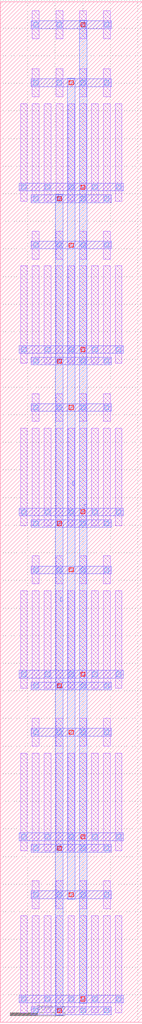
<source format=lef>
MACRO PMOS_S_2470631_X4_Y6
  UNITS 
    DATABASE MICRONS UNITS 1000;
  END UNITS 
  ORIGIN 0 0 ;
  FOREIGN PMOS_S_2470631_X4_Y6 0 0 ;
  SIZE 5160 BY 36960 ;
  PIN D
    DIRECTION INOUT ;
    USE SIGNAL ;
    PORT
      LAYER M3 ;
        RECT 2010 260 2290 29980 ;
    END
  END D
  PIN G
    DIRECTION INOUT ;
    USE SIGNAL ;
    PORT
      LAYER M3 ;
        RECT 2440 4460 2720 34180 ;
    END
  END G
  PIN S
    DIRECTION INOUT ;
    USE SIGNAL ;
    PORT
      LAYER M3 ;
        RECT 2870 680 3150 36280 ;
    END
  END S
  OBS
    LAYER M1 ;
      RECT 1165 335 1415 3865 ;
    LAYER M1 ;
      RECT 1165 4115 1415 5125 ;
    LAYER M1 ;
      RECT 1165 6215 1415 9745 ;
    LAYER M1 ;
      RECT 1165 9995 1415 11005 ;
    LAYER M1 ;
      RECT 1165 12095 1415 15625 ;
    LAYER M1 ;
      RECT 1165 15875 1415 16885 ;
    LAYER M1 ;
      RECT 1165 17975 1415 21505 ;
    LAYER M1 ;
      RECT 1165 21755 1415 22765 ;
    LAYER M1 ;
      RECT 1165 23855 1415 27385 ;
    LAYER M1 ;
      RECT 1165 27635 1415 28645 ;
    LAYER M1 ;
      RECT 1165 29735 1415 33265 ;
    LAYER M1 ;
      RECT 1165 33515 1415 34525 ;
    LAYER M1 ;
      RECT 1165 35615 1415 36625 ;
    LAYER M1 ;
      RECT 735 335 985 3865 ;
    LAYER M1 ;
      RECT 735 6215 985 9745 ;
    LAYER M1 ;
      RECT 735 12095 985 15625 ;
    LAYER M1 ;
      RECT 735 17975 985 21505 ;
    LAYER M1 ;
      RECT 735 23855 985 27385 ;
    LAYER M1 ;
      RECT 735 29735 985 33265 ;
    LAYER M1 ;
      RECT 1595 335 1845 3865 ;
    LAYER M1 ;
      RECT 1595 6215 1845 9745 ;
    LAYER M1 ;
      RECT 1595 12095 1845 15625 ;
    LAYER M1 ;
      RECT 1595 17975 1845 21505 ;
    LAYER M1 ;
      RECT 1595 23855 1845 27385 ;
    LAYER M1 ;
      RECT 1595 29735 1845 33265 ;
    LAYER M1 ;
      RECT 2025 335 2275 3865 ;
    LAYER M1 ;
      RECT 2025 4115 2275 5125 ;
    LAYER M1 ;
      RECT 2025 6215 2275 9745 ;
    LAYER M1 ;
      RECT 2025 9995 2275 11005 ;
    LAYER M1 ;
      RECT 2025 12095 2275 15625 ;
    LAYER M1 ;
      RECT 2025 15875 2275 16885 ;
    LAYER M1 ;
      RECT 2025 17975 2275 21505 ;
    LAYER M1 ;
      RECT 2025 21755 2275 22765 ;
    LAYER M1 ;
      RECT 2025 23855 2275 27385 ;
    LAYER M1 ;
      RECT 2025 27635 2275 28645 ;
    LAYER M1 ;
      RECT 2025 29735 2275 33265 ;
    LAYER M1 ;
      RECT 2025 33515 2275 34525 ;
    LAYER M1 ;
      RECT 2025 35615 2275 36625 ;
    LAYER M1 ;
      RECT 2455 335 2705 3865 ;
    LAYER M1 ;
      RECT 2455 6215 2705 9745 ;
    LAYER M1 ;
      RECT 2455 12095 2705 15625 ;
    LAYER M1 ;
      RECT 2455 17975 2705 21505 ;
    LAYER M1 ;
      RECT 2455 23855 2705 27385 ;
    LAYER M1 ;
      RECT 2455 29735 2705 33265 ;
    LAYER M1 ;
      RECT 2885 335 3135 3865 ;
    LAYER M1 ;
      RECT 2885 4115 3135 5125 ;
    LAYER M1 ;
      RECT 2885 6215 3135 9745 ;
    LAYER M1 ;
      RECT 2885 9995 3135 11005 ;
    LAYER M1 ;
      RECT 2885 12095 3135 15625 ;
    LAYER M1 ;
      RECT 2885 15875 3135 16885 ;
    LAYER M1 ;
      RECT 2885 17975 3135 21505 ;
    LAYER M1 ;
      RECT 2885 21755 3135 22765 ;
    LAYER M1 ;
      RECT 2885 23855 3135 27385 ;
    LAYER M1 ;
      RECT 2885 27635 3135 28645 ;
    LAYER M1 ;
      RECT 2885 29735 3135 33265 ;
    LAYER M1 ;
      RECT 2885 33515 3135 34525 ;
    LAYER M1 ;
      RECT 2885 35615 3135 36625 ;
    LAYER M1 ;
      RECT 3315 335 3565 3865 ;
    LAYER M1 ;
      RECT 3315 6215 3565 9745 ;
    LAYER M1 ;
      RECT 3315 12095 3565 15625 ;
    LAYER M1 ;
      RECT 3315 17975 3565 21505 ;
    LAYER M1 ;
      RECT 3315 23855 3565 27385 ;
    LAYER M1 ;
      RECT 3315 29735 3565 33265 ;
    LAYER M1 ;
      RECT 3745 335 3995 3865 ;
    LAYER M1 ;
      RECT 3745 4115 3995 5125 ;
    LAYER M1 ;
      RECT 3745 6215 3995 9745 ;
    LAYER M1 ;
      RECT 3745 9995 3995 11005 ;
    LAYER M1 ;
      RECT 3745 12095 3995 15625 ;
    LAYER M1 ;
      RECT 3745 15875 3995 16885 ;
    LAYER M1 ;
      RECT 3745 17975 3995 21505 ;
    LAYER M1 ;
      RECT 3745 21755 3995 22765 ;
    LAYER M1 ;
      RECT 3745 23855 3995 27385 ;
    LAYER M1 ;
      RECT 3745 27635 3995 28645 ;
    LAYER M1 ;
      RECT 3745 29735 3995 33265 ;
    LAYER M1 ;
      RECT 3745 33515 3995 34525 ;
    LAYER M1 ;
      RECT 3745 35615 3995 36625 ;
    LAYER M1 ;
      RECT 4175 335 4425 3865 ;
    LAYER M1 ;
      RECT 4175 6215 4425 9745 ;
    LAYER M1 ;
      RECT 4175 12095 4425 15625 ;
    LAYER M1 ;
      RECT 4175 17975 4425 21505 ;
    LAYER M1 ;
      RECT 4175 23855 4425 27385 ;
    LAYER M1 ;
      RECT 4175 29735 4425 33265 ;
    LAYER M2 ;
      RECT 1120 280 4040 560 ;
    LAYER M2 ;
      RECT 1120 4480 4040 4760 ;
    LAYER M2 ;
      RECT 690 700 4470 980 ;
    LAYER M2 ;
      RECT 1120 6160 4040 6440 ;
    LAYER M2 ;
      RECT 1120 10360 4040 10640 ;
    LAYER M2 ;
      RECT 690 6580 4470 6860 ;
    LAYER M2 ;
      RECT 1120 12040 4040 12320 ;
    LAYER M2 ;
      RECT 1120 16240 4040 16520 ;
    LAYER M2 ;
      RECT 690 12460 4470 12740 ;
    LAYER M2 ;
      RECT 1120 17920 4040 18200 ;
    LAYER M2 ;
      RECT 1120 22120 4040 22400 ;
    LAYER M2 ;
      RECT 690 18340 4470 18620 ;
    LAYER M2 ;
      RECT 1120 23800 4040 24080 ;
    LAYER M2 ;
      RECT 1120 28000 4040 28280 ;
    LAYER M2 ;
      RECT 690 24220 4470 24500 ;
    LAYER M2 ;
      RECT 1120 29680 4040 29960 ;
    LAYER M2 ;
      RECT 1120 33880 4040 34160 ;
    LAYER M2 ;
      RECT 690 30100 4470 30380 ;
    LAYER M2 ;
      RECT 1120 35980 4040 36260 ;
    LAYER V1 ;
      RECT 2925 335 3095 505 ;
    LAYER V1 ;
      RECT 2925 4535 3095 4705 ;
    LAYER V1 ;
      RECT 2925 6215 3095 6385 ;
    LAYER V1 ;
      RECT 2925 10415 3095 10585 ;
    LAYER V1 ;
      RECT 2925 12095 3095 12265 ;
    LAYER V1 ;
      RECT 2925 16295 3095 16465 ;
    LAYER V1 ;
      RECT 2925 17975 3095 18145 ;
    LAYER V1 ;
      RECT 2925 22175 3095 22345 ;
    LAYER V1 ;
      RECT 2925 23855 3095 24025 ;
    LAYER V1 ;
      RECT 2925 28055 3095 28225 ;
    LAYER V1 ;
      RECT 2925 29735 3095 29905 ;
    LAYER V1 ;
      RECT 2925 33935 3095 34105 ;
    LAYER V1 ;
      RECT 2925 36035 3095 36205 ;
    LAYER V1 ;
      RECT 3785 335 3955 505 ;
    LAYER V1 ;
      RECT 3785 4535 3955 4705 ;
    LAYER V1 ;
      RECT 3785 6215 3955 6385 ;
    LAYER V1 ;
      RECT 3785 10415 3955 10585 ;
    LAYER V1 ;
      RECT 3785 12095 3955 12265 ;
    LAYER V1 ;
      RECT 3785 16295 3955 16465 ;
    LAYER V1 ;
      RECT 3785 17975 3955 18145 ;
    LAYER V1 ;
      RECT 3785 22175 3955 22345 ;
    LAYER V1 ;
      RECT 3785 23855 3955 24025 ;
    LAYER V1 ;
      RECT 3785 28055 3955 28225 ;
    LAYER V1 ;
      RECT 3785 29735 3955 29905 ;
    LAYER V1 ;
      RECT 3785 33935 3955 34105 ;
    LAYER V1 ;
      RECT 3785 36035 3955 36205 ;
    LAYER V1 ;
      RECT 1205 335 1375 505 ;
    LAYER V1 ;
      RECT 1205 4535 1375 4705 ;
    LAYER V1 ;
      RECT 1205 6215 1375 6385 ;
    LAYER V1 ;
      RECT 1205 10415 1375 10585 ;
    LAYER V1 ;
      RECT 1205 12095 1375 12265 ;
    LAYER V1 ;
      RECT 1205 16295 1375 16465 ;
    LAYER V1 ;
      RECT 1205 17975 1375 18145 ;
    LAYER V1 ;
      RECT 1205 22175 1375 22345 ;
    LAYER V1 ;
      RECT 1205 23855 1375 24025 ;
    LAYER V1 ;
      RECT 1205 28055 1375 28225 ;
    LAYER V1 ;
      RECT 1205 29735 1375 29905 ;
    LAYER V1 ;
      RECT 1205 33935 1375 34105 ;
    LAYER V1 ;
      RECT 1205 36035 1375 36205 ;
    LAYER V1 ;
      RECT 2065 335 2235 505 ;
    LAYER V1 ;
      RECT 2065 4535 2235 4705 ;
    LAYER V1 ;
      RECT 2065 6215 2235 6385 ;
    LAYER V1 ;
      RECT 2065 10415 2235 10585 ;
    LAYER V1 ;
      RECT 2065 12095 2235 12265 ;
    LAYER V1 ;
      RECT 2065 16295 2235 16465 ;
    LAYER V1 ;
      RECT 2065 17975 2235 18145 ;
    LAYER V1 ;
      RECT 2065 22175 2235 22345 ;
    LAYER V1 ;
      RECT 2065 23855 2235 24025 ;
    LAYER V1 ;
      RECT 2065 28055 2235 28225 ;
    LAYER V1 ;
      RECT 2065 29735 2235 29905 ;
    LAYER V1 ;
      RECT 2065 33935 2235 34105 ;
    LAYER V1 ;
      RECT 2065 36035 2235 36205 ;
    LAYER V1 ;
      RECT 775 755 945 925 ;
    LAYER V1 ;
      RECT 775 6635 945 6805 ;
    LAYER V1 ;
      RECT 775 12515 945 12685 ;
    LAYER V1 ;
      RECT 775 18395 945 18565 ;
    LAYER V1 ;
      RECT 775 24275 945 24445 ;
    LAYER V1 ;
      RECT 775 30155 945 30325 ;
    LAYER V1 ;
      RECT 1635 755 1805 925 ;
    LAYER V1 ;
      RECT 1635 6635 1805 6805 ;
    LAYER V1 ;
      RECT 1635 12515 1805 12685 ;
    LAYER V1 ;
      RECT 1635 18395 1805 18565 ;
    LAYER V1 ;
      RECT 1635 24275 1805 24445 ;
    LAYER V1 ;
      RECT 1635 30155 1805 30325 ;
    LAYER V1 ;
      RECT 2495 755 2665 925 ;
    LAYER V1 ;
      RECT 2495 6635 2665 6805 ;
    LAYER V1 ;
      RECT 2495 12515 2665 12685 ;
    LAYER V1 ;
      RECT 2495 18395 2665 18565 ;
    LAYER V1 ;
      RECT 2495 24275 2665 24445 ;
    LAYER V1 ;
      RECT 2495 30155 2665 30325 ;
    LAYER V1 ;
      RECT 3355 755 3525 925 ;
    LAYER V1 ;
      RECT 3355 6635 3525 6805 ;
    LAYER V1 ;
      RECT 3355 12515 3525 12685 ;
    LAYER V1 ;
      RECT 3355 18395 3525 18565 ;
    LAYER V1 ;
      RECT 3355 24275 3525 24445 ;
    LAYER V1 ;
      RECT 3355 30155 3525 30325 ;
    LAYER V1 ;
      RECT 4215 755 4385 925 ;
    LAYER V1 ;
      RECT 4215 6635 4385 6805 ;
    LAYER V1 ;
      RECT 4215 12515 4385 12685 ;
    LAYER V1 ;
      RECT 4215 18395 4385 18565 ;
    LAYER V1 ;
      RECT 4215 24275 4385 24445 ;
    LAYER V1 ;
      RECT 4215 30155 4385 30325 ;
    LAYER V2 ;
      RECT 2075 345 2225 495 ;
    LAYER V2 ;
      RECT 2075 6225 2225 6375 ;
    LAYER V2 ;
      RECT 2075 12105 2225 12255 ;
    LAYER V2 ;
      RECT 2075 17985 2225 18135 ;
    LAYER V2 ;
      RECT 2075 23865 2225 24015 ;
    LAYER V2 ;
      RECT 2075 29745 2225 29895 ;
    LAYER V2 ;
      RECT 2505 4545 2655 4695 ;
    LAYER V2 ;
      RECT 2505 10425 2655 10575 ;
    LAYER V2 ;
      RECT 2505 16305 2655 16455 ;
    LAYER V2 ;
      RECT 2505 22185 2655 22335 ;
    LAYER V2 ;
      RECT 2505 28065 2655 28215 ;
    LAYER V2 ;
      RECT 2505 33945 2655 34095 ;
    LAYER V2 ;
      RECT 2935 765 3085 915 ;
    LAYER V2 ;
      RECT 2935 6645 3085 6795 ;
    LAYER V2 ;
      RECT 2935 12525 3085 12675 ;
    LAYER V2 ;
      RECT 2935 18405 3085 18555 ;
    LAYER V2 ;
      RECT 2935 24285 3085 24435 ;
    LAYER V2 ;
      RECT 2935 30165 3085 30315 ;
    LAYER V2 ;
      RECT 2935 36045 3085 36195 ;
  END
END PMOS_S_2470631_X4_Y6

</source>
